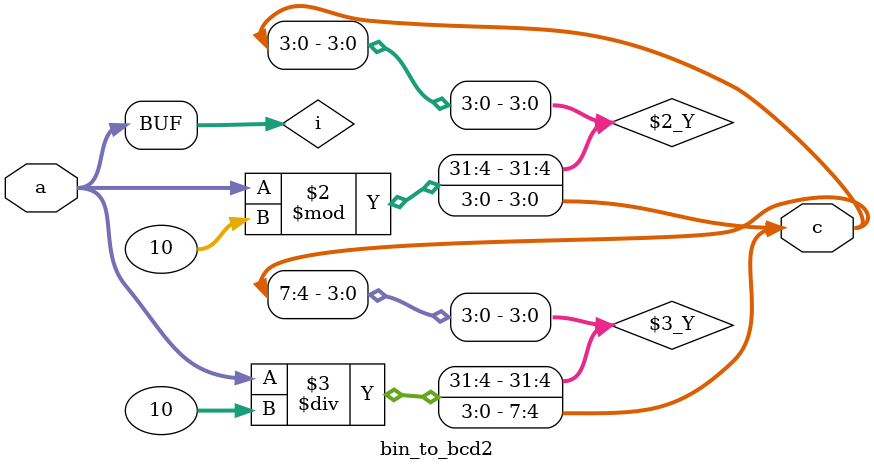
<source format=v>
module bin_to_bcd2(input [3:0]a,output reg [7:0]c);

reg[3:0] i;
 

always @ (a) begin  
i=a;
c[3:0]<=i%10;
c[7:4]<=i/10;
  end
endmodule
</source>
